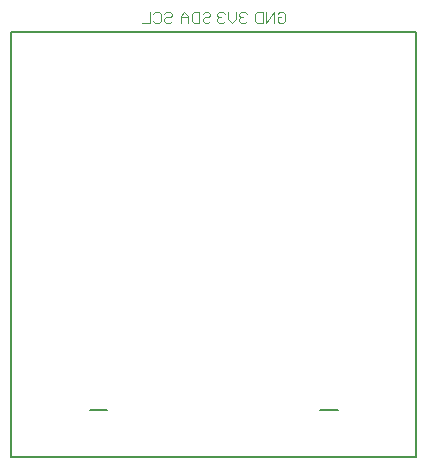
<source format=gbr>
G04 EAGLE Gerber RS-274X export*
G75*
%MOMM*%
%FSLAX34Y34*%
%LPD*%
%INSilkscreen Bottom*%
%IPPOS*%
%AMOC8*
5,1,8,0,0,1.08239X$1,22.5*%
G01*
%ADD10C,0.101600*%
%ADD11C,0.127000*%
%ADD12C,0.152400*%


D10*
X236469Y422663D02*
X237994Y424188D01*
X241045Y424188D01*
X242570Y422663D01*
X242570Y416561D01*
X241045Y415036D01*
X237994Y415036D01*
X236469Y416561D01*
X236469Y419612D01*
X239519Y419612D01*
X233215Y415036D02*
X233215Y424188D01*
X227114Y415036D01*
X227114Y424188D01*
X223860Y424188D02*
X223860Y415036D01*
X219284Y415036D01*
X217758Y416561D01*
X217758Y422663D01*
X219284Y424188D01*
X223860Y424188D01*
X210312Y422663D02*
X208787Y424188D01*
X205736Y424188D01*
X204211Y422663D01*
X204211Y421137D01*
X205736Y419612D01*
X207261Y419612D01*
X205736Y419612D02*
X204211Y418087D01*
X204211Y416561D01*
X205736Y415036D01*
X208787Y415036D01*
X210312Y416561D01*
X200957Y418087D02*
X200957Y424188D01*
X200957Y418087D02*
X197906Y415036D01*
X194856Y418087D01*
X194856Y424188D01*
X191602Y422663D02*
X190076Y424188D01*
X187026Y424188D01*
X185500Y422663D01*
X185500Y421137D01*
X187026Y419612D01*
X188551Y419612D01*
X187026Y419612D02*
X185500Y418087D01*
X185500Y416561D01*
X187026Y415036D01*
X190076Y415036D01*
X191602Y416561D01*
X174748Y424188D02*
X173223Y422663D01*
X174748Y424188D02*
X177799Y424188D01*
X179324Y422663D01*
X179324Y421137D01*
X177799Y419612D01*
X174748Y419612D01*
X173223Y418087D01*
X173223Y416561D01*
X174748Y415036D01*
X177799Y415036D01*
X179324Y416561D01*
X169969Y415036D02*
X169969Y424188D01*
X169969Y415036D02*
X165393Y415036D01*
X163868Y416561D01*
X163868Y422663D01*
X165393Y424188D01*
X169969Y424188D01*
X160614Y421137D02*
X160614Y415036D01*
X160614Y421137D02*
X157563Y424188D01*
X154512Y421137D01*
X154512Y415036D01*
X154512Y419612D02*
X160614Y419612D01*
X142236Y424188D02*
X140711Y422663D01*
X142236Y424188D02*
X145287Y424188D01*
X146812Y422663D01*
X146812Y421137D01*
X145287Y419612D01*
X142236Y419612D01*
X140711Y418087D01*
X140711Y416561D01*
X142236Y415036D01*
X145287Y415036D01*
X146812Y416561D01*
X132881Y424188D02*
X131356Y422663D01*
X132881Y424188D02*
X135932Y424188D01*
X137457Y422663D01*
X137457Y416561D01*
X135932Y415036D01*
X132881Y415036D01*
X131356Y416561D01*
X128102Y415036D02*
X128102Y424188D01*
X128102Y415036D02*
X122000Y415036D01*
D11*
X272400Y87500D02*
X287400Y87500D01*
X92400Y87500D02*
X77400Y87500D01*
D12*
X10900Y47500D02*
X353900Y47500D01*
X353900Y407500D01*
X10900Y407500D01*
X10900Y47500D01*
M02*

</source>
